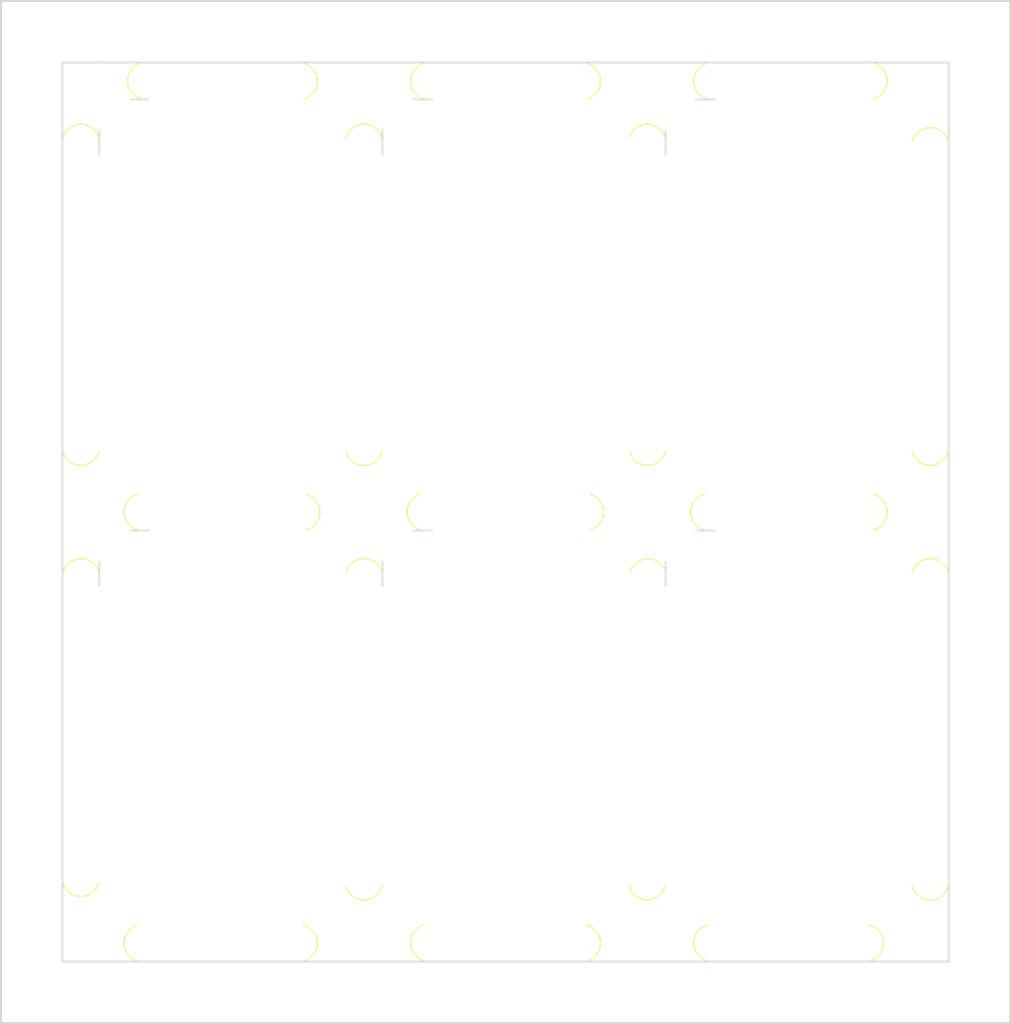
<source format=kicad_pcb>
(kicad_pcb (version 20171130) (host pcbnew "(5.0.0)")

  (general
    (thickness 1.6)
    (drawings 44)
    (tracks 0)
    (zones 0)
    (modules 12)
    (nets 1)
  )

  (page A4)
  (layers
    (0 F.Cu signal)
    (31 B.Cu signal)
    (32 B.Adhes user)
    (33 F.Adhes user)
    (34 B.Paste user)
    (35 F.Paste user)
    (36 B.SilkS user)
    (37 F.SilkS user)
    (38 B.Mask user)
    (39 F.Mask user)
    (40 Dwgs.User user)
    (41 Cmts.User user)
    (42 Eco1.User user)
    (43 Eco2.User user)
    (44 Edge.Cuts user)
    (45 Margin user)
    (46 B.CrtYd user)
    (47 F.CrtYd user)
    (48 B.Fab user)
    (49 F.Fab user)
  )

  (setup
    (last_trace_width 0.25)
    (trace_clearance 0.2)
    (zone_clearance 0.508)
    (zone_45_only no)
    (trace_min 0.2)
    (segment_width 0.2)
    (edge_width 0.15)
    (via_size 0.8)
    (via_drill 0.4)
    (via_min_size 0.4)
    (via_min_drill 0.3)
    (uvia_size 0.3)
    (uvia_drill 0.1)
    (uvias_allowed no)
    (uvia_min_size 0.2)
    (uvia_min_drill 0.1)
    (pcb_text_width 0.3)
    (pcb_text_size 1.5 1.5)
    (mod_edge_width 0.15)
    (mod_text_size 1 1)
    (mod_text_width 0.15)
    (pad_size 1.524 1.524)
    (pad_drill 0.762)
    (pad_to_mask_clearance 0.2)
    (aux_axis_origin 0 0)
    (visible_elements FFFFFF7F)
    (pcbplotparams
      (layerselection 0x010fc_ffffffff)
      (usegerberextensions false)
      (usegerberattributes false)
      (usegerberadvancedattributes false)
      (creategerberjobfile false)
      (excludeedgelayer true)
      (linewidth 0.150000)
      (plotframeref false)
      (viasonmask false)
      (mode 1)
      (useauxorigin false)
      (hpglpennumber 1)
      (hpglpenspeed 20)
      (hpglpendiameter 15.000000)
      (psnegative false)
      (psa4output false)
      (plotreference true)
      (plotvalue true)
      (plotinvisibletext false)
      (padsonsilk false)
      (subtractmaskfromsilk false)
      (outputformat 1)
      (mirror false)
      (drillshape 1)
      (scaleselection 1)
      (outputdirectory ""))
  )

  (net 0 "")

  (net_class Default "This is the default net class."
    (clearance 0.2)
    (trace_width 0.25)
    (via_dia 0.8)
    (via_drill 0.4)
    (uvia_dia 0.3)
    (uvia_drill 0.1)
  )

  (module kbd:mouse-bite-3mm-slot-3way (layer F.Cu) (tedit 5E4D995D) (tstamp 5F03D717)
    (at 152.5 106.5 270)
    (fp_text reference mouse-bite-3mm-slot-3way (at 0 -7.6 270) (layer F.SilkS) hide
      (effects (font (size 1 1) (thickness 0.2)))
    )
    (fp_text value VAL** (at 0 8 270) (layer F.SilkS) hide
      (effects (font (size 1 1) (thickness 0.2)))
    )
    (fp_line (start 5.01 0) (end 5 0) (layer Eco1.User) (width 3))
    (fp_arc (start 5 0) (end 4.600001 -1.449999) (angle -149.9569647) (layer F.SilkS) (width 0.12))
    (fp_arc (start -0.01 -5.29) (end -1.459999 -4.890001) (angle -149.9569647) (layer F.SilkS) (width 0.12))
    (fp_line (start 0 -5.3) (end 0 -5.29) (layer Eco1.User) (width 3))
    (fp_arc (start 0.01 5.29) (end 1.459999 4.890001) (angle -149.9569647) (layer F.SilkS) (width 0.12))
    (fp_line (start 0 5.3) (end 0 5.29) (layer Eco1.User) (width 3))
    (pad "" np_thru_hole circle (at 2.5 -1.3 270) (size 0.5 0.5) (drill 0.5) (layers *.Cu *.Mask))
    (pad "" np_thru_hole circle (at 2.5 1.3 270) (size 0.5 0.5) (drill 0.5) (layers *.Cu *.Mask))
    (pad "" np_thru_hole circle (at 3.25 -1.3 270) (size 0.5 0.5) (drill 0.5) (layers *.Cu *.Mask))
    (pad "" np_thru_hole circle (at 1.75 -1.3 270) (size 0.5 0.5) (drill 0.5) (layers *.Cu *.Mask))
    (pad "" np_thru_hole circle (at 1.75 1.3 270) (size 0.5 0.5) (drill 0.5) (layers *.Cu *.Mask))
    (pad "" np_thru_hole circle (at 3.25 1.3 270) (size 0.5 0.5) (drill 0.5) (layers *.Cu *.Mask))
    (pad "" np_thru_hole circle (at 1.3 -3.55) (size 0.5 0.5) (drill 0.5) (layers *.Cu *.Mask))
    (pad "" np_thru_hole circle (at 1.3 -2.05) (size 0.5 0.5) (drill 0.5) (layers *.Cu *.Mask))
    (pad "" np_thru_hole circle (at 1.3 -2.8) (size 0.5 0.5) (drill 0.5) (layers *.Cu *.Mask))
    (pad "" np_thru_hole circle (at 1.3 2.05 180) (size 0.5 0.5) (drill 0.5) (layers *.Cu *.Mask))
    (pad "" np_thru_hole circle (at 1.3 3.55 180) (size 0.5 0.5) (drill 0.5) (layers *.Cu *.Mask))
    (pad "" np_thru_hole circle (at 1.3 2.8 180) (size 0.5 0.5) (drill 0.5) (layers *.Cu *.Mask))
    (pad "" np_thru_hole circle (at 1.3 0) (size 0.5 0.5) (drill 0.5) (layers *.Cu *.Mask))
  )

  (module kbd:mouse-bite-3mm-slot-3way (layer F.Cu) (tedit 5E4D995D) (tstamp 5F03D6EB)
    (at 129.5 106.5 270)
    (fp_text reference mouse-bite-3mm-slot-3way (at 0 -7.6 270) (layer F.SilkS) hide
      (effects (font (size 1 1) (thickness 0.2)))
    )
    (fp_text value VAL** (at 0 8 270) (layer F.SilkS) hide
      (effects (font (size 1 1) (thickness 0.2)))
    )
    (fp_line (start 0 5.3) (end 0 5.29) (layer Eco1.User) (width 3))
    (fp_arc (start 0.01 5.29) (end 1.459999 4.890001) (angle -149.9569647) (layer F.SilkS) (width 0.12))
    (fp_line (start 0 -5.3) (end 0 -5.29) (layer Eco1.User) (width 3))
    (fp_arc (start -0.01 -5.29) (end -1.459999 -4.890001) (angle -149.9569647) (layer F.SilkS) (width 0.12))
    (fp_arc (start 5 0) (end 4.600001 -1.449999) (angle -149.9569647) (layer F.SilkS) (width 0.12))
    (fp_line (start 5.01 0) (end 5 0) (layer Eco1.User) (width 3))
    (pad "" np_thru_hole circle (at 1.3 0) (size 0.5 0.5) (drill 0.5) (layers *.Cu *.Mask))
    (pad "" np_thru_hole circle (at 1.3 2.8 180) (size 0.5 0.5) (drill 0.5) (layers *.Cu *.Mask))
    (pad "" np_thru_hole circle (at 1.3 3.55 180) (size 0.5 0.5) (drill 0.5) (layers *.Cu *.Mask))
    (pad "" np_thru_hole circle (at 1.3 2.05 180) (size 0.5 0.5) (drill 0.5) (layers *.Cu *.Mask))
    (pad "" np_thru_hole circle (at 1.3 -2.8) (size 0.5 0.5) (drill 0.5) (layers *.Cu *.Mask))
    (pad "" np_thru_hole circle (at 1.3 -2.05) (size 0.5 0.5) (drill 0.5) (layers *.Cu *.Mask))
    (pad "" np_thru_hole circle (at 1.3 -3.55) (size 0.5 0.5) (drill 0.5) (layers *.Cu *.Mask))
    (pad "" np_thru_hole circle (at 3.25 1.3 270) (size 0.5 0.5) (drill 0.5) (layers *.Cu *.Mask))
    (pad "" np_thru_hole circle (at 1.75 1.3 270) (size 0.5 0.5) (drill 0.5) (layers *.Cu *.Mask))
    (pad "" np_thru_hole circle (at 1.75 -1.3 270) (size 0.5 0.5) (drill 0.5) (layers *.Cu *.Mask))
    (pad "" np_thru_hole circle (at 3.25 -1.3 270) (size 0.5 0.5) (drill 0.5) (layers *.Cu *.Mask))
    (pad "" np_thru_hole circle (at 2.5 1.3 270) (size 0.5 0.5) (drill 0.5) (layers *.Cu *.Mask))
    (pad "" np_thru_hole circle (at 2.5 -1.3 270) (size 0.5 0.5) (drill 0.5) (layers *.Cu *.Mask))
  )

  (module kbd:mouse-bite-3mm-slot-3way (layer F.Cu) (tedit 5E4D995D) (tstamp 5F03D6BF)
    (at 106.5 141.5)
    (fp_text reference mouse-bite-3mm-slot-3way (at 0 -7.6) (layer F.SilkS) hide
      (effects (font (size 1 1) (thickness 0.2)))
    )
    (fp_text value VAL** (at 0 8) (layer F.SilkS) hide
      (effects (font (size 1 1) (thickness 0.2)))
    )
    (fp_line (start 5.01 0) (end 5 0) (layer Eco1.User) (width 3))
    (fp_arc (start 5 0) (end 4.600001 -1.449999) (angle -149.9569647) (layer F.SilkS) (width 0.12))
    (fp_arc (start -0.01 -5.29) (end -1.459999 -4.890001) (angle -149.9569647) (layer F.SilkS) (width 0.12))
    (fp_line (start 0 -5.3) (end 0 -5.29) (layer Eco1.User) (width 3))
    (fp_arc (start 0.01 5.29) (end 1.459999 4.890001) (angle -149.9569647) (layer F.SilkS) (width 0.12))
    (fp_line (start 0 5.3) (end 0 5.29) (layer Eco1.User) (width 3))
    (pad "" np_thru_hole circle (at 2.5 -1.3) (size 0.5 0.5) (drill 0.5) (layers *.Cu *.Mask))
    (pad "" np_thru_hole circle (at 2.5 1.3) (size 0.5 0.5) (drill 0.5) (layers *.Cu *.Mask))
    (pad "" np_thru_hole circle (at 3.25 -1.3) (size 0.5 0.5) (drill 0.5) (layers *.Cu *.Mask))
    (pad "" np_thru_hole circle (at 1.75 -1.3) (size 0.5 0.5) (drill 0.5) (layers *.Cu *.Mask))
    (pad "" np_thru_hole circle (at 1.75 1.3) (size 0.5 0.5) (drill 0.5) (layers *.Cu *.Mask))
    (pad "" np_thru_hole circle (at 3.25 1.3) (size 0.5 0.5) (drill 0.5) (layers *.Cu *.Mask))
    (pad "" np_thru_hole circle (at 1.3 -3.55 90) (size 0.5 0.5) (drill 0.5) (layers *.Cu *.Mask))
    (pad "" np_thru_hole circle (at 1.3 -2.05 90) (size 0.5 0.5) (drill 0.5) (layers *.Cu *.Mask))
    (pad "" np_thru_hole circle (at 1.3 -2.8 90) (size 0.5 0.5) (drill 0.5) (layers *.Cu *.Mask))
    (pad "" np_thru_hole circle (at 1.3 2.05 270) (size 0.5 0.5) (drill 0.5) (layers *.Cu *.Mask))
    (pad "" np_thru_hole circle (at 1.3 3.55 270) (size 0.5 0.5) (drill 0.5) (layers *.Cu *.Mask))
    (pad "" np_thru_hole circle (at 1.3 2.8 270) (size 0.5 0.5) (drill 0.5) (layers *.Cu *.Mask))
    (pad "" np_thru_hole circle (at 1.3 0 90) (size 0.5 0.5) (drill 0.5) (layers *.Cu *.Mask))
  )

  (module kbd:mouse-bite-3mm-slot-3way (layer F.Cu) (tedit 5E4D995D) (tstamp 5F03D693)
    (at 175.5 141.5 180)
    (fp_text reference mouse-bite-3mm-slot-3way (at 0 -7.6 180) (layer F.SilkS) hide
      (effects (font (size 1 1) (thickness 0.2)))
    )
    (fp_text value VAL** (at 0 8 180) (layer F.SilkS) hide
      (effects (font (size 1 1) (thickness 0.2)))
    )
    (fp_line (start 0 5.3) (end 0 5.29) (layer Eco1.User) (width 3))
    (fp_arc (start 0.01 5.29) (end 1.459999 4.890001) (angle -149.9569647) (layer F.SilkS) (width 0.12))
    (fp_line (start 0 -5.3) (end 0 -5.29) (layer Eco1.User) (width 3))
    (fp_arc (start -0.01 -5.29) (end -1.459999 -4.890001) (angle -149.9569647) (layer F.SilkS) (width 0.12))
    (fp_arc (start 5 0) (end 4.600001 -1.449999) (angle -149.9569647) (layer F.SilkS) (width 0.12))
    (fp_line (start 5.01 0) (end 5 0) (layer Eco1.User) (width 3))
    (pad "" np_thru_hole circle (at 1.3 0 270) (size 0.5 0.5) (drill 0.5) (layers *.Cu *.Mask))
    (pad "" np_thru_hole circle (at 1.3 2.8 90) (size 0.5 0.5) (drill 0.5) (layers *.Cu *.Mask))
    (pad "" np_thru_hole circle (at 1.3 3.55 90) (size 0.5 0.5) (drill 0.5) (layers *.Cu *.Mask))
    (pad "" np_thru_hole circle (at 1.3 2.05 90) (size 0.5 0.5) (drill 0.5) (layers *.Cu *.Mask))
    (pad "" np_thru_hole circle (at 1.3 -2.8 270) (size 0.5 0.5) (drill 0.5) (layers *.Cu *.Mask))
    (pad "" np_thru_hole circle (at 1.3 -2.05 270) (size 0.5 0.5) (drill 0.5) (layers *.Cu *.Mask))
    (pad "" np_thru_hole circle (at 1.3 -3.55 270) (size 0.5 0.5) (drill 0.5) (layers *.Cu *.Mask))
    (pad "" np_thru_hole circle (at 3.25 1.3 180) (size 0.5 0.5) (drill 0.5) (layers *.Cu *.Mask))
    (pad "" np_thru_hole circle (at 1.75 1.3 180) (size 0.5 0.5) (drill 0.5) (layers *.Cu *.Mask))
    (pad "" np_thru_hole circle (at 1.75 -1.3 180) (size 0.5 0.5) (drill 0.5) (layers *.Cu *.Mask))
    (pad "" np_thru_hole circle (at 3.25 -1.3 180) (size 0.5 0.5) (drill 0.5) (layers *.Cu *.Mask))
    (pad "" np_thru_hole circle (at 2.5 1.3 180) (size 0.5 0.5) (drill 0.5) (layers *.Cu *.Mask))
    (pad "" np_thru_hole circle (at 2.5 -1.3 180) (size 0.5 0.5) (drill 0.5) (layers *.Cu *.Mask))
  )

  (module kbd:mouse-bite-3mm-slot-3way (layer F.Cu) (tedit 5E4D995D) (tstamp 5F03D667)
    (at 152.5 176.5 90)
    (fp_text reference mouse-bite-3mm-slot-3way (at 0 -7.6 90) (layer F.SilkS) hide
      (effects (font (size 1 1) (thickness 0.2)))
    )
    (fp_text value VAL** (at 0 8 90) (layer F.SilkS) hide
      (effects (font (size 1 1) (thickness 0.2)))
    )
    (fp_line (start 5.01 0) (end 5 0) (layer Eco1.User) (width 3))
    (fp_arc (start 5 0) (end 4.600001 -1.449999) (angle -149.9569647) (layer F.SilkS) (width 0.12))
    (fp_arc (start -0.01 -5.29) (end -1.459999 -4.890001) (angle -149.9569647) (layer F.SilkS) (width 0.12))
    (fp_line (start 0 -5.3) (end 0 -5.29) (layer Eco1.User) (width 3))
    (fp_arc (start 0.01 5.29) (end 1.459999 4.890001) (angle -149.9569647) (layer F.SilkS) (width 0.12))
    (fp_line (start 0 5.3) (end 0 5.29) (layer Eco1.User) (width 3))
    (pad "" np_thru_hole circle (at 2.5 -1.3 90) (size 0.5 0.5) (drill 0.5) (layers *.Cu *.Mask))
    (pad "" np_thru_hole circle (at 2.5 1.3 90) (size 0.5 0.5) (drill 0.5) (layers *.Cu *.Mask))
    (pad "" np_thru_hole circle (at 3.25 -1.3 90) (size 0.5 0.5) (drill 0.5) (layers *.Cu *.Mask))
    (pad "" np_thru_hole circle (at 1.75 -1.3 90) (size 0.5 0.5) (drill 0.5) (layers *.Cu *.Mask))
    (pad "" np_thru_hole circle (at 1.75 1.3 90) (size 0.5 0.5) (drill 0.5) (layers *.Cu *.Mask))
    (pad "" np_thru_hole circle (at 3.25 1.3 90) (size 0.5 0.5) (drill 0.5) (layers *.Cu *.Mask))
    (pad "" np_thru_hole circle (at 1.3 -3.55 180) (size 0.5 0.5) (drill 0.5) (layers *.Cu *.Mask))
    (pad "" np_thru_hole circle (at 1.3 -2.05 180) (size 0.5 0.5) (drill 0.5) (layers *.Cu *.Mask))
    (pad "" np_thru_hole circle (at 1.3 -2.8 180) (size 0.5 0.5) (drill 0.5) (layers *.Cu *.Mask))
    (pad "" np_thru_hole circle (at 1.3 2.05) (size 0.5 0.5) (drill 0.5) (layers *.Cu *.Mask))
    (pad "" np_thru_hole circle (at 1.3 3.55) (size 0.5 0.5) (drill 0.5) (layers *.Cu *.Mask))
    (pad "" np_thru_hole circle (at 1.3 2.8) (size 0.5 0.5) (drill 0.5) (layers *.Cu *.Mask))
    (pad "" np_thru_hole circle (at 1.3 0 180) (size 0.5 0.5) (drill 0.5) (layers *.Cu *.Mask))
  )

  (module kbd:mouse-bite-3mm-slot-corner (layer F.Cu) (tedit 5E4D9889) (tstamp 5F03D5DB)
    (at 106.5 106.5 270)
    (fp_text reference mouse-bite-3mm-slot-corner (at 0 -7.6 270) (layer F.SilkS) hide
      (effects (font (size 1 1) (thickness 0.2)))
    )
    (fp_text value VAL** (at 0 3.2 270) (layer F.SilkS) hide
      (effects (font (size 1 1) (thickness 0.2)))
    )
    (fp_line (start 5.01 0) (end 5 0) (layer Eco1.User) (width 3))
    (fp_arc (start 5 0) (end 4.600001 -1.449999) (angle -149.9569647) (layer F.SilkS) (width 0.12))
    (fp_arc (start -0.01 -5.29) (end -1.459999 -4.890001) (angle -149.9569647) (layer F.SilkS) (width 0.12))
    (fp_line (start 0 -5.3) (end 0 -5.29) (layer Eco1.User) (width 3))
    (pad "" np_thru_hole circle (at 2.5 -1.3 270) (size 0.5 0.5) (drill 0.5) (layers *.Cu *.Mask))
    (pad "" np_thru_hole circle (at 3.25 -1.3 270) (size 0.5 0.5) (drill 0.5) (layers *.Cu *.Mask))
    (pad "" np_thru_hole circle (at 1.75 -1.3 270) (size 0.5 0.5) (drill 0.5) (layers *.Cu *.Mask))
    (pad "" np_thru_hole circle (at 1.3 -3.55) (size 0.5 0.5) (drill 0.5) (layers *.Cu *.Mask))
    (pad "" np_thru_hole circle (at 1.3 -2.05) (size 0.5 0.5) (drill 0.5) (layers *.Cu *.Mask))
    (pad "" np_thru_hole circle (at 1.3 -2.8) (size 0.5 0.5) (drill 0.5) (layers *.Cu *.Mask))
    (pad "" np_thru_hole circle (at 0.5 -1.3 270) (size 0.5 0.5) (drill 0.5) (layers *.Cu *.Mask))
    (pad "" np_thru_hole circle (at -1 -1.3 270) (size 0.5 0.5) (drill 0.5) (layers *.Cu *.Mask))
    (pad "" np_thru_hole circle (at -0.25 -1.3 270) (size 0.5 0.5) (drill 0.5) (layers *.Cu *.Mask))
    (pad "" np_thru_hole circle (at 1.3 0.95) (size 0.5 0.5) (drill 0.5) (layers *.Cu *.Mask))
    (pad "" np_thru_hole circle (at 1.3 -0.55) (size 0.5 0.5) (drill 0.5) (layers *.Cu *.Mask))
    (pad "" np_thru_hole circle (at 1.3 0.2) (size 0.5 0.5) (drill 0.5) (layers *.Cu *.Mask))
  )

  (module kbd:mouse-bite-3mm-slot-corner (layer F.Cu) (tedit 5E4D9889) (tstamp 5F03D5B5)
    (at 175.5 106.5 180)
    (fp_text reference mouse-bite-3mm-slot-corner (at 0 -7.6 180) (layer F.SilkS) hide
      (effects (font (size 1 1) (thickness 0.2)))
    )
    (fp_text value VAL** (at 0 3.2 180) (layer F.SilkS) hide
      (effects (font (size 1 1) (thickness 0.2)))
    )
    (fp_line (start 0 -5.3) (end 0 -5.29) (layer Eco1.User) (width 3))
    (fp_arc (start -0.01 -5.29) (end -1.459999 -4.890001) (angle -149.9569647) (layer F.SilkS) (width 0.12))
    (fp_arc (start 5 0) (end 4.600001 -1.449999) (angle -149.9569647) (layer F.SilkS) (width 0.12))
    (fp_line (start 5.01 0) (end 5 0) (layer Eco1.User) (width 3))
    (pad "" np_thru_hole circle (at 1.3 0.2 270) (size 0.5 0.5) (drill 0.5) (layers *.Cu *.Mask))
    (pad "" np_thru_hole circle (at 1.3 -0.55 270) (size 0.5 0.5) (drill 0.5) (layers *.Cu *.Mask))
    (pad "" np_thru_hole circle (at 1.3 0.95 270) (size 0.5 0.5) (drill 0.5) (layers *.Cu *.Mask))
    (pad "" np_thru_hole circle (at -0.25 -1.3 180) (size 0.5 0.5) (drill 0.5) (layers *.Cu *.Mask))
    (pad "" np_thru_hole circle (at -1 -1.3 180) (size 0.5 0.5) (drill 0.5) (layers *.Cu *.Mask))
    (pad "" np_thru_hole circle (at 0.5 -1.3 180) (size 0.5 0.5) (drill 0.5) (layers *.Cu *.Mask))
    (pad "" np_thru_hole circle (at 1.3 -2.8 270) (size 0.5 0.5) (drill 0.5) (layers *.Cu *.Mask))
    (pad "" np_thru_hole circle (at 1.3 -2.05 270) (size 0.5 0.5) (drill 0.5) (layers *.Cu *.Mask))
    (pad "" np_thru_hole circle (at 1.3 -3.55 270) (size 0.5 0.5) (drill 0.5) (layers *.Cu *.Mask))
    (pad "" np_thru_hole circle (at 1.75 -1.3 180) (size 0.5 0.5) (drill 0.5) (layers *.Cu *.Mask))
    (pad "" np_thru_hole circle (at 3.25 -1.3 180) (size 0.5 0.5) (drill 0.5) (layers *.Cu *.Mask))
    (pad "" np_thru_hole circle (at 2.5 -1.3 180) (size 0.5 0.5) (drill 0.5) (layers *.Cu *.Mask))
  )

  (module kbd:mouse-bite-3mm-slot-corner (layer F.Cu) (tedit 5E4D9889) (tstamp 5F03D58F)
    (at 106.5 176.5)
    (fp_text reference mouse-bite-3mm-slot-corner (at 0 -7.6) (layer F.SilkS) hide
      (effects (font (size 1 1) (thickness 0.2)))
    )
    (fp_text value VAL** (at 0 3.2) (layer F.SilkS) hide
      (effects (font (size 1 1) (thickness 0.2)))
    )
    (fp_line (start 5.01 0) (end 5 0) (layer Eco1.User) (width 3))
    (fp_arc (start 5 0) (end 4.600001 -1.449999) (angle -149.9569647) (layer F.SilkS) (width 0.12))
    (fp_arc (start -0.01 -5.29) (end -1.459999 -4.890001) (angle -149.9569647) (layer F.SilkS) (width 0.12))
    (fp_line (start 0 -5.3) (end 0 -5.29) (layer Eco1.User) (width 3))
    (pad "" np_thru_hole circle (at 2.5 -1.3) (size 0.5 0.5) (drill 0.5) (layers *.Cu *.Mask))
    (pad "" np_thru_hole circle (at 3.25 -1.3) (size 0.5 0.5) (drill 0.5) (layers *.Cu *.Mask))
    (pad "" np_thru_hole circle (at 1.75 -1.3) (size 0.5 0.5) (drill 0.5) (layers *.Cu *.Mask))
    (pad "" np_thru_hole circle (at 1.3 -3.55 90) (size 0.5 0.5) (drill 0.5) (layers *.Cu *.Mask))
    (pad "" np_thru_hole circle (at 1.3 -2.05 90) (size 0.5 0.5) (drill 0.5) (layers *.Cu *.Mask))
    (pad "" np_thru_hole circle (at 1.3 -2.8 90) (size 0.5 0.5) (drill 0.5) (layers *.Cu *.Mask))
    (pad "" np_thru_hole circle (at 0.5 -1.3) (size 0.5 0.5) (drill 0.5) (layers *.Cu *.Mask))
    (pad "" np_thru_hole circle (at -1 -1.3) (size 0.5 0.5) (drill 0.5) (layers *.Cu *.Mask))
    (pad "" np_thru_hole circle (at -0.25 -1.3) (size 0.5 0.5) (drill 0.5) (layers *.Cu *.Mask))
    (pad "" np_thru_hole circle (at 1.3 0.95 90) (size 0.5 0.5) (drill 0.5) (layers *.Cu *.Mask))
    (pad "" np_thru_hole circle (at 1.3 -0.55 90) (size 0.5 0.5) (drill 0.5) (layers *.Cu *.Mask))
    (pad "" np_thru_hole circle (at 1.3 0.2 90) (size 0.5 0.5) (drill 0.5) (layers *.Cu *.Mask))
  )

  (module kbd:mouse-bite-3mm-slot-4way (layer F.Cu) (tedit 5E4D98EC) (tstamp 5F03D4E1)
    (at 152.55 141.5)
    (fp_text reference mouse-bite-3mm-slot-4way (at 0 -7.6) (layer F.SilkS) hide
      (effects (font (size 1 1) (thickness 0.2)))
    )
    (fp_text value VAL** (at 0 8) (layer F.SilkS) hide
      (effects (font (size 1 1) (thickness 0.2)))
    )
    (fp_line (start 5.01 0) (end 5 0) (layer Eco1.User) (width 3))
    (fp_arc (start 5 0) (end 4.600001 -1.449999) (angle -149.9569647) (layer F.SilkS) (width 0.12))
    (fp_arc (start -0.01 -5.29) (end -1.459999 -4.890001) (angle -149.9569647) (layer F.SilkS) (width 0.12))
    (fp_line (start 0 -5.3) (end 0 -5.29) (layer Eco1.User) (width 3))
    (fp_arc (start 0.01 5.29) (end 1.459999 4.890001) (angle -149.9569647) (layer F.SilkS) (width 0.12))
    (fp_line (start 0 5.3) (end 0 5.29) (layer Eco1.User) (width 3))
    (fp_arc (start -5.09 0.01) (end -4.690001 1.459999) (angle -149.9569647) (layer F.SilkS) (width 0.12))
    (fp_line (start -5.1 0) (end -5.09 0) (layer Eco1.User) (width 3))
    (pad "" np_thru_hole circle (at 2.5 -1.3) (size 0.5 0.5) (drill 0.5) (layers *.Cu *.Mask))
    (pad "" np_thru_hole circle (at 2.5 1.3) (size 0.5 0.5) (drill 0.5) (layers *.Cu *.Mask))
    (pad "" np_thru_hole circle (at 3.25 -1.3) (size 0.5 0.5) (drill 0.5) (layers *.Cu *.Mask))
    (pad "" np_thru_hole circle (at 1.75 -1.3) (size 0.5 0.5) (drill 0.5) (layers *.Cu *.Mask))
    (pad "" np_thru_hole circle (at 1.75 1.3) (size 0.5 0.5) (drill 0.5) (layers *.Cu *.Mask))
    (pad "" np_thru_hole circle (at 3.25 1.3) (size 0.5 0.5) (drill 0.5) (layers *.Cu *.Mask))
    (pad "" np_thru_hole circle (at 1.3 -3.55 90) (size 0.5 0.5) (drill 0.5) (layers *.Cu *.Mask))
    (pad "" np_thru_hole circle (at 1.3 -2.05 90) (size 0.5 0.5) (drill 0.5) (layers *.Cu *.Mask))
    (pad "" np_thru_hole circle (at -1.3 -2.05 90) (size 0.5 0.5) (drill 0.5) (layers *.Cu *.Mask))
    (pad "" np_thru_hole circle (at -1.3 -3.55 90) (size 0.5 0.5) (drill 0.5) (layers *.Cu *.Mask))
    (pad "" np_thru_hole circle (at 1.3 -2.8 90) (size 0.5 0.5) (drill 0.5) (layers *.Cu *.Mask))
    (pad "" np_thru_hole circle (at -1.3 -2.8 90) (size 0.5 0.5) (drill 0.5) (layers *.Cu *.Mask))
    (pad "" np_thru_hole circle (at -1.3 3.55 270) (size 0.5 0.5) (drill 0.5) (layers *.Cu *.Mask))
    (pad "" np_thru_hole circle (at -1.3 2.05 270) (size 0.5 0.5) (drill 0.5) (layers *.Cu *.Mask))
    (pad "" np_thru_hole circle (at 1.3 2.05 270) (size 0.5 0.5) (drill 0.5) (layers *.Cu *.Mask))
    (pad "" np_thru_hole circle (at 1.3 3.55 270) (size 0.5 0.5) (drill 0.5) (layers *.Cu *.Mask))
    (pad "" np_thru_hole circle (at -1.3 2.8 270) (size 0.5 0.5) (drill 0.5) (layers *.Cu *.Mask))
    (pad "" np_thru_hole circle (at 1.3 2.8 270) (size 0.5 0.5) (drill 0.5) (layers *.Cu *.Mask))
    (pad "" np_thru_hole circle (at -3.35 -1.3 180) (size 0.5 0.5) (drill 0.5) (layers *.Cu *.Mask))
    (pad "" np_thru_hole circle (at -1.8 -1.3 180) (size 0.5 0.5) (drill 0.5) (layers *.Cu *.Mask))
    (pad "" np_thru_hole circle (at -1.85 1.3 180) (size 0.5 0.5) (drill 0.5) (layers *.Cu *.Mask))
    (pad "" np_thru_hole circle (at -3.35 1.3 180) (size 0.5 0.5) (drill 0.5) (layers *.Cu *.Mask))
    (pad "" np_thru_hole circle (at -2.6 -1.3 180) (size 0.5 0.5) (drill 0.5) (layers *.Cu *.Mask))
    (pad "" np_thru_hole circle (at -2.6 1.3 180) (size 0.5 0.5) (drill 0.5) (layers *.Cu *.Mask))
    (pad "" np_thru_hole circle (at -1.3 0 90) (size 0.5 0.5) (drill 0.5) (layers *.Cu *.Mask))
    (pad "" np_thru_hole circle (at 1.3 0 90) (size 0.5 0.5) (drill 0.5) (layers *.Cu *.Mask))
  )

  (module kbd:mouse-bite-3mm-slot-4way (layer F.Cu) (tedit 5E4D98EC) (tstamp 5F03D4DF)
    (at 129.5 141.5)
    (fp_text reference mouse-bite-3mm-slot-4way (at 0 -7.6) (layer F.SilkS) hide
      (effects (font (size 1 1) (thickness 0.2)))
    )
    (fp_text value VAL** (at 0 8) (layer F.SilkS) hide
      (effects (font (size 1 1) (thickness 0.2)))
    )
    (fp_line (start -5.1 0) (end -5.09 0) (layer Eco1.User) (width 3))
    (fp_arc (start -5.09 0.01) (end -4.690001 1.459999) (angle -149.9569647) (layer F.SilkS) (width 0.12))
    (fp_line (start 0 5.3) (end 0 5.29) (layer Eco1.User) (width 3))
    (fp_arc (start 0.01 5.29) (end 1.459999 4.890001) (angle -149.9569647) (layer F.SilkS) (width 0.12))
    (fp_line (start 0 -5.3) (end 0 -5.29) (layer Eco1.User) (width 3))
    (fp_arc (start -0.01 -5.29) (end -1.459999 -4.890001) (angle -149.9569647) (layer F.SilkS) (width 0.12))
    (fp_arc (start 5 0) (end 4.600001 -1.449999) (angle -149.9569647) (layer F.SilkS) (width 0.12))
    (fp_line (start 5.01 0) (end 5 0) (layer Eco1.User) (width 3))
    (pad "" np_thru_hole circle (at 1.3 0 90) (size 0.5 0.5) (drill 0.5) (layers *.Cu *.Mask))
    (pad "" np_thru_hole circle (at -1.3 0 90) (size 0.5 0.5) (drill 0.5) (layers *.Cu *.Mask))
    (pad "" np_thru_hole circle (at -2.6 1.3 180) (size 0.5 0.5) (drill 0.5) (layers *.Cu *.Mask))
    (pad "" np_thru_hole circle (at -2.6 -1.3 180) (size 0.5 0.5) (drill 0.5) (layers *.Cu *.Mask))
    (pad "" np_thru_hole circle (at -3.35 1.3 180) (size 0.5 0.5) (drill 0.5) (layers *.Cu *.Mask))
    (pad "" np_thru_hole circle (at -1.85 1.3 180) (size 0.5 0.5) (drill 0.5) (layers *.Cu *.Mask))
    (pad "" np_thru_hole circle (at -1.8 -1.3 180) (size 0.5 0.5) (drill 0.5) (layers *.Cu *.Mask))
    (pad "" np_thru_hole circle (at -3.35 -1.3 180) (size 0.5 0.5) (drill 0.5) (layers *.Cu *.Mask))
    (pad "" np_thru_hole circle (at 1.3 2.8 270) (size 0.5 0.5) (drill 0.5) (layers *.Cu *.Mask))
    (pad "" np_thru_hole circle (at -1.3 2.8 270) (size 0.5 0.5) (drill 0.5) (layers *.Cu *.Mask))
    (pad "" np_thru_hole circle (at 1.3 3.55 270) (size 0.5 0.5) (drill 0.5) (layers *.Cu *.Mask))
    (pad "" np_thru_hole circle (at 1.3 2.05 270) (size 0.5 0.5) (drill 0.5) (layers *.Cu *.Mask))
    (pad "" np_thru_hole circle (at -1.3 2.05 270) (size 0.5 0.5) (drill 0.5) (layers *.Cu *.Mask))
    (pad "" np_thru_hole circle (at -1.3 3.55 270) (size 0.5 0.5) (drill 0.5) (layers *.Cu *.Mask))
    (pad "" np_thru_hole circle (at -1.3 -2.8 90) (size 0.5 0.5) (drill 0.5) (layers *.Cu *.Mask))
    (pad "" np_thru_hole circle (at 1.3 -2.8 90) (size 0.5 0.5) (drill 0.5) (layers *.Cu *.Mask))
    (pad "" np_thru_hole circle (at -1.3 -3.55 90) (size 0.5 0.5) (drill 0.5) (layers *.Cu *.Mask))
    (pad "" np_thru_hole circle (at -1.3 -2.05 90) (size 0.5 0.5) (drill 0.5) (layers *.Cu *.Mask))
    (pad "" np_thru_hole circle (at 1.3 -2.05 90) (size 0.5 0.5) (drill 0.5) (layers *.Cu *.Mask))
    (pad "" np_thru_hole circle (at 1.3 -3.55 90) (size 0.5 0.5) (drill 0.5) (layers *.Cu *.Mask))
    (pad "" np_thru_hole circle (at 3.25 1.3) (size 0.5 0.5) (drill 0.5) (layers *.Cu *.Mask))
    (pad "" np_thru_hole circle (at 1.75 1.3) (size 0.5 0.5) (drill 0.5) (layers *.Cu *.Mask))
    (pad "" np_thru_hole circle (at 1.75 -1.3) (size 0.5 0.5) (drill 0.5) (layers *.Cu *.Mask))
    (pad "" np_thru_hole circle (at 3.25 -1.3) (size 0.5 0.5) (drill 0.5) (layers *.Cu *.Mask))
    (pad "" np_thru_hole circle (at 2.5 1.3) (size 0.5 0.5) (drill 0.5) (layers *.Cu *.Mask))
    (pad "" np_thru_hole circle (at 2.5 -1.3) (size 0.5 0.5) (drill 0.5) (layers *.Cu *.Mask))
  )

  (module kbd:mouse-bite-3mm-slot-corner (layer F.Cu) (tedit 5E4D9889) (tstamp 5F03D58D)
    (at 175.5 176.5 90)
    (fp_text reference mouse-bite-3mm-slot-corner (at 0 -7.6 90) (layer F.SilkS) hide
      (effects (font (size 1 1) (thickness 0.2)))
    )
    (fp_text value VAL** (at 0 3.2 90) (layer F.SilkS) hide
      (effects (font (size 1 1) (thickness 0.2)))
    )
    (fp_line (start 0 -5.3) (end 0 -5.29) (layer Eco1.User) (width 3))
    (fp_arc (start -0.01 -5.29) (end -1.459999 -4.890001) (angle -149.9569647) (layer F.SilkS) (width 0.12))
    (fp_arc (start 5 0) (end 4.600001 -1.449999) (angle -149.9569647) (layer F.SilkS) (width 0.12))
    (fp_line (start 5.01 0) (end 5 0) (layer Eco1.User) (width 3))
    (pad "" np_thru_hole circle (at 1.3 0.2 180) (size 0.5 0.5) (drill 0.5) (layers *.Cu *.Mask))
    (pad "" np_thru_hole circle (at 1.3 -0.55 180) (size 0.5 0.5) (drill 0.5) (layers *.Cu *.Mask))
    (pad "" np_thru_hole circle (at 1.3 0.95 180) (size 0.5 0.5) (drill 0.5) (layers *.Cu *.Mask))
    (pad "" np_thru_hole circle (at -0.25 -1.3 90) (size 0.5 0.5) (drill 0.5) (layers *.Cu *.Mask))
    (pad "" np_thru_hole circle (at -1 -1.3 90) (size 0.5 0.5) (drill 0.5) (layers *.Cu *.Mask))
    (pad "" np_thru_hole circle (at 0.5 -1.3 90) (size 0.5 0.5) (drill 0.5) (layers *.Cu *.Mask))
    (pad "" np_thru_hole circle (at 1.3 -2.8 180) (size 0.5 0.5) (drill 0.5) (layers *.Cu *.Mask))
    (pad "" np_thru_hole circle (at 1.3 -2.05 180) (size 0.5 0.5) (drill 0.5) (layers *.Cu *.Mask))
    (pad "" np_thru_hole circle (at 1.3 -3.55 180) (size 0.5 0.5) (drill 0.5) (layers *.Cu *.Mask))
    (pad "" np_thru_hole circle (at 1.75 -1.3 90) (size 0.5 0.5) (drill 0.5) (layers *.Cu *.Mask))
    (pad "" np_thru_hole circle (at 3.25 -1.3 90) (size 0.5 0.5) (drill 0.5) (layers *.Cu *.Mask))
    (pad "" np_thru_hole circle (at 2.5 -1.3 90) (size 0.5 0.5) (drill 0.5) (layers *.Cu *.Mask))
  )

  (module kbd:mouse-bite-3mm-slot-3way (layer F.Cu) (tedit 5E4D995D) (tstamp 5F03D665)
    (at 129.5 176.5 90)
    (fp_text reference mouse-bite-3mm-slot-3way (at 0 -7.6 90) (layer F.SilkS) hide
      (effects (font (size 1 1) (thickness 0.2)))
    )
    (fp_text value VAL** (at 0 8 90) (layer F.SilkS) hide
      (effects (font (size 1 1) (thickness 0.2)))
    )
    (fp_line (start 0 5.3) (end 0 5.29) (layer Eco1.User) (width 3))
    (fp_arc (start 0.01 5.29) (end 1.459999 4.890001) (angle -149.9569647) (layer F.SilkS) (width 0.12))
    (fp_line (start 0 -5.3) (end 0 -5.29) (layer Eco1.User) (width 3))
    (fp_arc (start -0.01 -5.29) (end -1.459999 -4.890001) (angle -149.9569647) (layer F.SilkS) (width 0.12))
    (fp_arc (start 5 0) (end 4.600001 -1.449999) (angle -149.9569647) (layer F.SilkS) (width 0.12))
    (fp_line (start 5.01 0) (end 5 0) (layer Eco1.User) (width 3))
    (pad "" np_thru_hole circle (at 1.3 0 180) (size 0.5 0.5) (drill 0.5) (layers *.Cu *.Mask))
    (pad "" np_thru_hole circle (at 1.3 2.8) (size 0.5 0.5) (drill 0.5) (layers *.Cu *.Mask))
    (pad "" np_thru_hole circle (at 1.3 3.55) (size 0.5 0.5) (drill 0.5) (layers *.Cu *.Mask))
    (pad "" np_thru_hole circle (at 1.3 2.05) (size 0.5 0.5) (drill 0.5) (layers *.Cu *.Mask))
    (pad "" np_thru_hole circle (at 1.3 -2.8 180) (size 0.5 0.5) (drill 0.5) (layers *.Cu *.Mask))
    (pad "" np_thru_hole circle (at 1.3 -2.05 180) (size 0.5 0.5) (drill 0.5) (layers *.Cu *.Mask))
    (pad "" np_thru_hole circle (at 1.3 -3.55 180) (size 0.5 0.5) (drill 0.5) (layers *.Cu *.Mask))
    (pad "" np_thru_hole circle (at 3.25 1.3 90) (size 0.5 0.5) (drill 0.5) (layers *.Cu *.Mask))
    (pad "" np_thru_hole circle (at 1.75 1.3 90) (size 0.5 0.5) (drill 0.5) (layers *.Cu *.Mask))
    (pad "" np_thru_hole circle (at 1.75 -1.3 90) (size 0.5 0.5) (drill 0.5) (layers *.Cu *.Mask))
    (pad "" np_thru_hole circle (at 3.25 -1.3 90) (size 0.5 0.5) (drill 0.5) (layers *.Cu *.Mask))
    (pad "" np_thru_hole circle (at 2.5 1.3 90) (size 0.5 0.5) (drill 0.5) (layers *.Cu *.Mask))
    (pad "" np_thru_hole circle (at 2.5 -1.3 90) (size 0.5 0.5) (drill 0.5) (layers *.Cu *.Mask))
  )

  (gr_line (start 156.5 143) (end 158 143) (layer Edge.Cuts) (width 0.15) (tstamp 5F03D443))
  (gr_line (start 133.5 143) (end 135 143) (layer Edge.Cuts) (width 0.15) (tstamp 5F03D442))
  (gr_line (start 110.5 143) (end 112 143) (layer Edge.Cuts) (width 0.15) (tstamp 5F03D441))
  (gr_line (start 156.5 108) (end 158 108) (layer Edge.Cuts) (width 0.15) (tstamp 5F03D43F))
  (gr_line (start 133.5 108) (end 135 108) (layer Edge.Cuts) (width 0.15) (tstamp 5F03D43E))
  (gr_line (start 174 175) (end 154 175) (layer Eco1.User) (width 0.2) (tstamp 5F03D43C))
  (gr_line (start 151 175) (end 131 175) (layer Eco1.User) (width 0.2) (tstamp 5F03D43B))
  (gr_line (start 128 175) (end 108 175) (layer Eco1.User) (width 0.2) (tstamp 5F03D43A))
  (gr_line (start 174 140) (end 154 140) (layer Eco1.User) (width 0.2) (tstamp 5F03D438))
  (gr_line (start 151 140) (end 131 140) (layer Eco1.User) (width 0.2) (tstamp 5F03D437))
  (gr_line (start 154 175) (end 154 143) (layer Eco1.User) (width 0.2) (tstamp 5F03D435))
  (gr_line (start 131 175) (end 131 143) (layer Eco1.User) (width 0.2) (tstamp 5F03D434))
  (gr_line (start 108 175) (end 108 143) (layer Eco1.User) (width 0.2) (tstamp 5F03D433))
  (gr_line (start 154 140) (end 154 108) (layer Eco1.User) (width 0.2) (tstamp 5F03D431))
  (gr_line (start 131 140) (end 131 108) (layer Eco1.User) (width 0.2) (tstamp 5F03D430))
  (gr_line (start 154 143) (end 174 143) (layer Eco1.User) (width 0.2) (tstamp 5F03D42E))
  (gr_line (start 131 143) (end 151 143) (layer Eco1.User) (width 0.2) (tstamp 5F03D42D))
  (gr_line (start 108 143) (end 128 143) (layer Eco1.User) (width 0.2) (tstamp 5F03D42C))
  (gr_line (start 154 108) (end 174 108) (layer Eco1.User) (width 0.2) (tstamp 5F03D42A))
  (gr_line (start 131 108) (end 151 108) (layer Eco1.User) (width 0.2) (tstamp 5F03D429))
  (gr_line (start 154 145.5) (end 154 147.5) (layer Edge.Cuts) (width 0.15) (tstamp 5F03D427))
  (gr_line (start 131 145.5) (end 131 147.5) (layer Edge.Cuts) (width 0.15) (tstamp 5F03D426))
  (gr_line (start 108 145.5) (end 108 147.5) (layer Edge.Cuts) (width 0.15) (tstamp 5F03D425))
  (gr_line (start 154 110.5) (end 154 112.5) (layer Edge.Cuts) (width 0.15) (tstamp 5F03D423))
  (gr_line (start 131 110.5) (end 131 112.5) (layer Edge.Cuts) (width 0.15) (tstamp 5F03D422))
  (gr_line (start 174 143) (end 174 175) (layer Eco1.User) (width 0.2) (tstamp 5F03D420))
  (gr_line (start 151 143) (end 151 175) (layer Eco1.User) (width 0.2) (tstamp 5F03D41F))
  (gr_line (start 128 143) (end 128 175) (layer Eco1.User) (width 0.2) (tstamp 5F03D41E))
  (gr_line (start 174 108) (end 174 140) (layer Eco1.User) (width 0.2) (tstamp 5F03D41C))
  (gr_line (start 151 108) (end 151 140) (layer Eco1.User) (width 0.2) (tstamp 5F03D41B))
  (gr_line (start 108 140) (end 108 108) (layer Eco1.User) (width 0.2))
  (gr_line (start 128 140) (end 108 140) (layer Eco1.User) (width 0.2))
  (gr_line (start 128 108) (end 128 140) (layer Eco1.User) (width 0.2))
  (gr_line (start 108 108) (end 128 108) (layer Eco1.User) (width 0.2))
  (gr_line (start 108 110.5) (end 108 112.5) (layer Edge.Cuts) (width 0.15))
  (gr_line (start 110.5 108) (end 112 108) (layer Edge.Cuts) (width 0.15))
  (gr_line (start 105 178) (end 105 105) (layer Edge.Cuts) (width 0.15))
  (gr_line (start 177 178) (end 105 178) (layer Edge.Cuts) (width 0.15))
  (gr_line (start 177 105) (end 177 178) (layer Edge.Cuts) (width 0.15))
  (gr_line (start 105 105) (end 177 105) (layer Edge.Cuts) (width 0.15))
  (gr_line (start 100 183) (end 100 100) (layer Edge.Cuts) (width 0.15))
  (gr_line (start 182 183) (end 100 183) (layer Edge.Cuts) (width 0.15))
  (gr_line (start 182 100) (end 182 183) (layer Edge.Cuts) (width 0.15))
  (gr_line (start 100 100) (end 182 100) (layer Edge.Cuts) (width 0.15))

)

</source>
